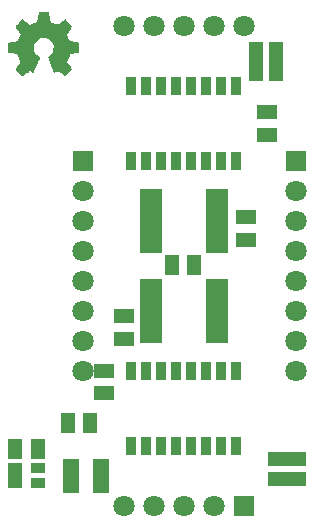
<source format=gts>
G04 (created by PCBNEW (2013-07-07 BZR 4022)-stable) date 04/05/2015 22:03:08*
%MOIN*%
G04 Gerber Fmt 3.4, Leading zero omitted, Abs format*
%FSLAX34Y34*%
G01*
G70*
G90*
G04 APERTURE LIST*
%ADD10C,0.00590551*%
%ADD11C,0.0001*%
%ADD12R,0.047248X0.033748*%
%ADD13R,0.047248X0.035448*%
%ADD14R,0.073648X0.032248*%
%ADD15R,0.055148X0.043348*%
%ADD16R,0.035748X0.060748*%
%ADD17R,0.050748X0.070748*%
%ADD18R,0.070748X0.050748*%
%ADD19R,0.070748X0.070748*%
%ADD20C,0.070748*%
%ADD21C,0.0708661*%
%ADD22R,0.0334646X0.0511811*%
%ADD23R,0.0511811X0.0334646*%
G04 APERTURE END LIST*
G54D10*
G54D11*
G36*
X44614Y-43671D02*
X44627Y-43664D01*
X44654Y-43647D01*
X44694Y-43621D01*
X44740Y-43590D01*
X44787Y-43558D01*
X44826Y-43532D01*
X44853Y-43515D01*
X44864Y-43509D01*
X44870Y-43511D01*
X44892Y-43522D01*
X44924Y-43539D01*
X44943Y-43548D01*
X44973Y-43561D01*
X44987Y-43564D01*
X44990Y-43560D01*
X45001Y-43537D01*
X45018Y-43498D01*
X45040Y-43447D01*
X45066Y-43387D01*
X45093Y-43322D01*
X45120Y-43256D01*
X45146Y-43194D01*
X45170Y-43137D01*
X45188Y-43091D01*
X45200Y-43059D01*
X45205Y-43045D01*
X45203Y-43042D01*
X45189Y-43028D01*
X45163Y-43009D01*
X45107Y-42963D01*
X45052Y-42894D01*
X45018Y-42816D01*
X45007Y-42729D01*
X45016Y-42649D01*
X45048Y-42572D01*
X45102Y-42502D01*
X45168Y-42450D01*
X45244Y-42418D01*
X45330Y-42407D01*
X45412Y-42416D01*
X45491Y-42447D01*
X45561Y-42500D01*
X45590Y-42534D01*
X45631Y-42605D01*
X45654Y-42680D01*
X45656Y-42699D01*
X45653Y-42782D01*
X45628Y-42862D01*
X45585Y-42933D01*
X45524Y-42991D01*
X45516Y-42997D01*
X45488Y-43018D01*
X45469Y-43032D01*
X45454Y-43044D01*
X45560Y-43299D01*
X45577Y-43339D01*
X45606Y-43408D01*
X45631Y-43468D01*
X45652Y-43516D01*
X45666Y-43548D01*
X45672Y-43561D01*
X45673Y-43561D01*
X45682Y-43563D01*
X45701Y-43556D01*
X45737Y-43539D01*
X45760Y-43527D01*
X45787Y-43514D01*
X45799Y-43509D01*
X45810Y-43514D01*
X45836Y-43531D01*
X45873Y-43557D01*
X45919Y-43587D01*
X45962Y-43617D01*
X46002Y-43643D01*
X46031Y-43662D01*
X46045Y-43669D01*
X46047Y-43669D01*
X46060Y-43662D01*
X46083Y-43643D01*
X46117Y-43610D01*
X46166Y-43562D01*
X46174Y-43555D01*
X46214Y-43514D01*
X46247Y-43479D01*
X46269Y-43455D01*
X46277Y-43444D01*
X46277Y-43444D01*
X46269Y-43430D01*
X46251Y-43401D01*
X46225Y-43361D01*
X46193Y-43313D01*
X46108Y-43191D01*
X46155Y-43076D01*
X46169Y-43040D01*
X46187Y-42997D01*
X46200Y-42967D01*
X46207Y-42953D01*
X46220Y-42949D01*
X46251Y-42941D01*
X46297Y-42932D01*
X46352Y-42922D01*
X46404Y-42912D01*
X46451Y-42903D01*
X46485Y-42897D01*
X46500Y-42894D01*
X46504Y-42891D01*
X46507Y-42884D01*
X46509Y-42868D01*
X46510Y-42839D01*
X46511Y-42794D01*
X46511Y-42729D01*
X46511Y-42722D01*
X46510Y-42660D01*
X46509Y-42611D01*
X46507Y-42579D01*
X46505Y-42566D01*
X46505Y-42566D01*
X46490Y-42562D01*
X46457Y-42555D01*
X46410Y-42546D01*
X46354Y-42535D01*
X46350Y-42535D01*
X46294Y-42524D01*
X46248Y-42514D01*
X46215Y-42507D01*
X46201Y-42502D01*
X46198Y-42498D01*
X46187Y-42476D01*
X46171Y-42442D01*
X46152Y-42400D01*
X46134Y-42356D01*
X46118Y-42316D01*
X46108Y-42287D01*
X46105Y-42273D01*
X46105Y-42273D01*
X46113Y-42260D01*
X46132Y-42231D01*
X46160Y-42191D01*
X46192Y-42143D01*
X46195Y-42139D01*
X46227Y-42092D01*
X46253Y-42052D01*
X46270Y-42024D01*
X46277Y-42011D01*
X46277Y-42010D01*
X46266Y-41996D01*
X46242Y-41969D01*
X46207Y-41933D01*
X46166Y-41892D01*
X46153Y-41879D01*
X46107Y-41834D01*
X46075Y-41805D01*
X46055Y-41789D01*
X46046Y-41785D01*
X46045Y-41786D01*
X46031Y-41794D01*
X46001Y-41814D01*
X45961Y-41841D01*
X45913Y-41874D01*
X45910Y-41876D01*
X45862Y-41908D01*
X45823Y-41935D01*
X45795Y-41953D01*
X45783Y-41960D01*
X45781Y-41960D01*
X45762Y-41955D01*
X45728Y-41943D01*
X45687Y-41927D01*
X45643Y-41910D01*
X45603Y-41893D01*
X45574Y-41879D01*
X45560Y-41871D01*
X45559Y-41871D01*
X45554Y-41854D01*
X45546Y-41818D01*
X45536Y-41770D01*
X45525Y-41712D01*
X45523Y-41703D01*
X45513Y-41646D01*
X45504Y-41600D01*
X45497Y-41568D01*
X45494Y-41554D01*
X45486Y-41553D01*
X45458Y-41551D01*
X45416Y-41549D01*
X45365Y-41549D01*
X45312Y-41549D01*
X45260Y-41550D01*
X45216Y-41552D01*
X45184Y-41554D01*
X45170Y-41557D01*
X45170Y-41558D01*
X45165Y-41575D01*
X45157Y-41610D01*
X45147Y-41659D01*
X45136Y-41717D01*
X45134Y-41728D01*
X45124Y-41784D01*
X45114Y-41830D01*
X45107Y-41861D01*
X45104Y-41874D01*
X45099Y-41876D01*
X45076Y-41887D01*
X45038Y-41902D01*
X44991Y-41921D01*
X44883Y-41965D01*
X44751Y-41874D01*
X44739Y-41866D01*
X44691Y-41833D01*
X44652Y-41807D01*
X44624Y-41790D01*
X44613Y-41783D01*
X44612Y-41784D01*
X44599Y-41795D01*
X44573Y-41820D01*
X44537Y-41855D01*
X44495Y-41896D01*
X44464Y-41927D01*
X44428Y-41964D01*
X44405Y-41989D01*
X44392Y-42005D01*
X44387Y-42015D01*
X44389Y-42022D01*
X44397Y-42035D01*
X44417Y-42064D01*
X44444Y-42105D01*
X44476Y-42151D01*
X44503Y-42191D01*
X44532Y-42235D01*
X44550Y-42267D01*
X44557Y-42282D01*
X44555Y-42289D01*
X44546Y-42315D01*
X44530Y-42354D01*
X44510Y-42401D01*
X44464Y-42506D01*
X44395Y-42519D01*
X44354Y-42527D01*
X44295Y-42538D01*
X44239Y-42549D01*
X44152Y-42566D01*
X44149Y-42885D01*
X44163Y-42891D01*
X44176Y-42895D01*
X44208Y-42902D01*
X44254Y-42911D01*
X44308Y-42921D01*
X44355Y-42930D01*
X44401Y-42939D01*
X44435Y-42945D01*
X44450Y-42948D01*
X44453Y-42953D01*
X44465Y-42976D01*
X44482Y-43012D01*
X44500Y-43055D01*
X44519Y-43100D01*
X44535Y-43141D01*
X44547Y-43173D01*
X44551Y-43189D01*
X44545Y-43201D01*
X44527Y-43229D01*
X44501Y-43268D01*
X44470Y-43314D01*
X44438Y-43361D01*
X44411Y-43400D01*
X44392Y-43429D01*
X44385Y-43442D01*
X44389Y-43451D01*
X44407Y-43473D01*
X44442Y-43509D01*
X44494Y-43561D01*
X44503Y-43569D01*
X44544Y-43609D01*
X44579Y-43641D01*
X44603Y-43663D01*
X44614Y-43671D01*
X44614Y-43671D01*
G37*
G54D12*
X44356Y-56744D03*
X44356Y-57256D03*
X44356Y-57000D03*
G54D13*
X45144Y-57256D03*
X45144Y-56744D03*
G54D14*
X48898Y-48372D03*
X48898Y-48628D03*
X48898Y-48884D03*
X48898Y-49140D03*
X51100Y-47608D03*
X48898Y-47604D03*
X48898Y-47860D03*
X48898Y-48116D03*
X51102Y-49396D03*
X51102Y-49140D03*
X51102Y-48884D03*
X51102Y-48628D03*
X51102Y-48372D03*
X51102Y-48116D03*
X48898Y-49396D03*
X51100Y-47860D03*
X51102Y-51628D03*
X51102Y-51372D03*
X51102Y-51116D03*
X51102Y-50860D03*
X48900Y-52392D03*
X51102Y-52396D03*
X51102Y-52140D03*
X51102Y-51884D03*
X48898Y-50604D03*
X48898Y-50860D03*
X48898Y-51116D03*
X48898Y-51372D03*
X48898Y-51628D03*
X48898Y-51884D03*
X51102Y-50604D03*
X48900Y-52140D03*
G54D15*
X47250Y-56625D03*
X47250Y-57000D03*
X47250Y-57375D03*
X46250Y-57375D03*
X46250Y-57000D03*
X46250Y-56625D03*
G54D16*
X51750Y-46500D03*
X50750Y-46500D03*
X50250Y-46500D03*
X49750Y-46500D03*
X49250Y-46500D03*
X48750Y-46500D03*
X48250Y-46500D03*
X48250Y-44000D03*
X48750Y-44000D03*
X49250Y-44000D03*
X49750Y-44000D03*
X50250Y-44000D03*
X50750Y-44000D03*
X51250Y-44000D03*
X51750Y-44000D03*
X51250Y-46500D03*
X48250Y-53500D03*
X49250Y-53500D03*
X49750Y-53500D03*
X50250Y-53500D03*
X50750Y-53500D03*
X51250Y-53500D03*
X51750Y-53500D03*
X51750Y-56000D03*
X51250Y-56000D03*
X50750Y-56000D03*
X50250Y-56000D03*
X49750Y-56000D03*
X49250Y-56000D03*
X48750Y-56000D03*
X48250Y-56000D03*
X48750Y-53500D03*
G54D17*
X46875Y-55250D03*
X46125Y-55250D03*
X49595Y-49979D03*
X50345Y-49979D03*
X45135Y-56110D03*
X44385Y-56110D03*
G54D18*
X48000Y-52425D03*
X48000Y-51675D03*
X52070Y-49125D03*
X52070Y-48375D03*
X52759Y-45634D03*
X52759Y-44884D03*
X47320Y-53495D03*
X47320Y-54245D03*
G54D19*
X46650Y-46500D03*
G54D20*
X46650Y-47500D03*
X46650Y-48500D03*
X46650Y-49500D03*
X46650Y-50500D03*
X46650Y-51500D03*
X46650Y-52500D03*
X46650Y-53500D03*
G54D19*
X53750Y-46500D03*
G54D20*
X53750Y-47500D03*
X53750Y-48500D03*
X53750Y-49500D03*
X53750Y-50500D03*
X53750Y-51500D03*
X53750Y-52500D03*
X53750Y-53500D03*
G54D19*
X52000Y-58000D03*
G54D20*
X51000Y-58000D03*
X50000Y-58000D03*
X49000Y-58000D03*
X48000Y-58000D03*
X48000Y-42000D03*
X49000Y-42000D03*
X50000Y-42000D03*
G54D21*
X51000Y-42000D03*
X52000Y-42000D03*
G54D22*
X53596Y-56427D03*
X53911Y-56427D03*
X53281Y-56427D03*
X52966Y-56427D03*
X52966Y-57096D03*
X53271Y-57096D03*
X53596Y-57096D03*
X53911Y-57096D03*
G54D23*
X53072Y-43346D03*
X53072Y-43661D03*
X53072Y-43031D03*
X53072Y-42716D03*
X52403Y-42716D03*
X52403Y-43021D03*
X52403Y-43346D03*
X52403Y-43661D03*
M02*

</source>
